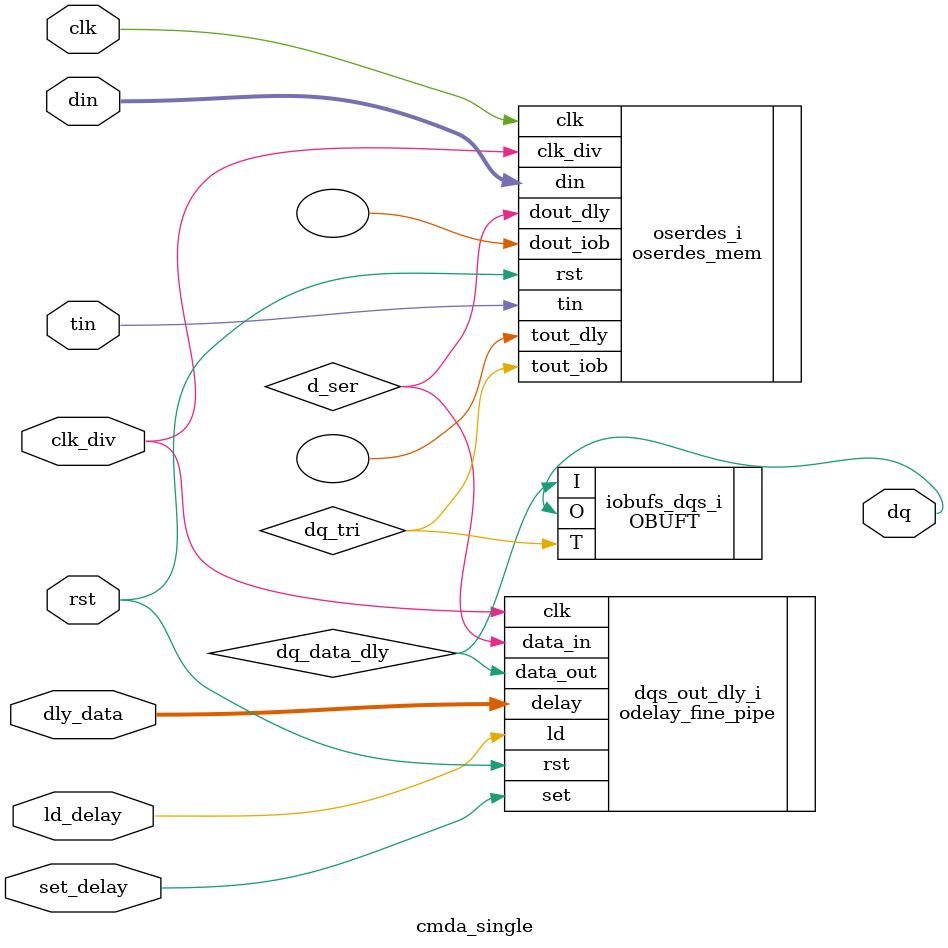
<source format=v>
/*******************************************************************************
 * Module: cmda_single
 * Date:2014-04-26  
 * Author: Andrey Filippov
 * Description: Single-bit CMD/address output
 *
 * Copyright (c) 2014 Elphel, Inc.
 * cmda_single.v is free software; you can redistribute it and/or modify
 * it under the terms of the GNU General Public License as published by
 * the Free Software Foundation, either version 3 of the License, or
 * (at your option) any later version.
 *
 *  cmda_single.v is distributed in the hope that it will be useful,
 * but WITHOUT ANY WARRANTY; without even the implied warranty of
 * MERCHANTABILITY or FITNESS FOR A PARTICULAR PURPOSE.  See the
 * GNU General Public License for more details.
 *
 * You should have received a copy of the GNU General Public License
 * along with this program.  If not, see <http://www.gnu.org/licenses/> .
 *******************************************************************************/
`timescale 1ns/1ps

module  cmda_single #(
    parameter IODELAY_GRP ="IODELAY_MEMORY",
    parameter IOSTANDARD = "SSTL15",
    parameter SLEW = "SLOW",
    parameter real REFCLK_FREQUENCY = 300.0,
    parameter HIGH_PERFORMANCE_MODE = "FALSE"
)(
    output       dq,           // I/O pad (appears on the output 1/2 clk_div earlier, than DDR data)
    input        clk,          // free-running system clock, same frequency as iclk (shared for R/W)
    input        clk_div,      // free-running half clk frequency, front aligned to clk (shared for R/W)
    input        rst,
    input  [7:0] dly_data,     // delay value (3 LSB - fine delay)
    input  [1:0] din,          // parallel data to be sent out
//    input  [1:0] tin,          // tristate for data out (sent out earlier than data!) 
    input        tin,          // tristate for data out (sent out earlier than data!) 
    input        set_delay,    // clk_div synchronous load odelay value from dly_data
    input        ld_delay      // clk_div synchronous set odealy value from loaded
);
wire d_ser;
wire dq_tri;
wire dq_data_dly;

oserdes_mem#(
    .MODE_DDR("FALSE")
)  oserdes_i (
    .clk(clk),          // serial output clock
    .clk_div(clk_div),  // oclk divided by 2, front aligned
    .rst(rst),          // reset
    .din(din[1:0]),     // parallel data in
//    .tin(tin[1:0]),     // parallel tri-state in
    .tin(tin),          // parallel tri-state in
    .dout_dly(d_ser),   // data out to be connected to odelay input
    .dout_iob(),        // data out to be connected directly to the output buffer
    .tout_dly(),        // tristate out to be connected to odelay input
    .tout_iob(dq_tri)  // tristate out to be connected directly to the tristate control of the output buffer
);
odelay_fine_pipe # (
    .IODELAY_GRP(IODELAY_GRP),
    .DELAY_VALUE(0),
    .REFCLK_FREQUENCY(REFCLK_FREQUENCY),
    .HIGH_PERFORMANCE_MODE(HIGH_PERFORMANCE_MODE)
) dqs_out_dly_i(
    .clk(clk_div),
    .rst(rst),
    .set(set_delay),
    .ld(ld_delay),
    .delay(dly_data[7:0]),
    .data_in(d_ser),
    .data_out(dq_data_dly)
);

OBUFT #(
    .IOSTANDARD(IOSTANDARD),
    .SLEW(SLEW)
) iobufs_dqs_i (
    .O(dq),
    .I(dq_data_dly),
    .T(dq_tri));

endmodule


</source>
